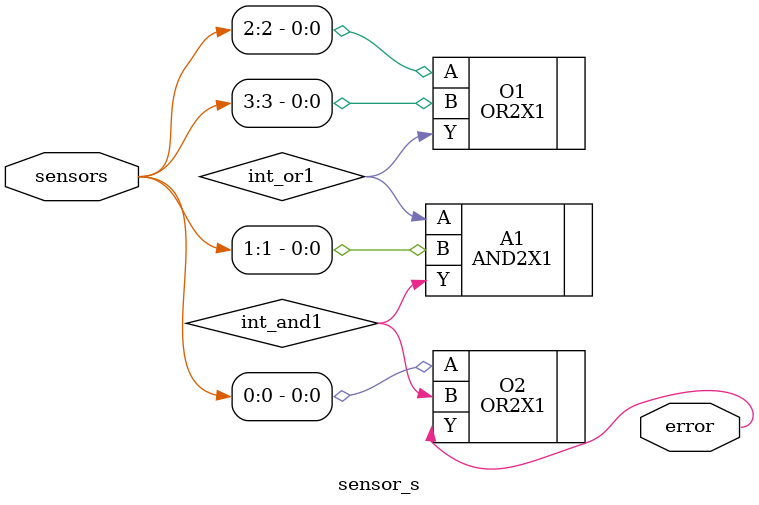
<source format=sv>
module sensor_s (
    sensors,
    error
);
    input wire [3:0] sensors;
    output wire error;

    wire int_or1;
    wire int_and1;
    OR2X1 O1(.Y(int_or1), .A(sensors[2]), .B(sensors[3]));
    AND2X1 A1(.Y(int_and1), .A(int_or1), .B(sensors[1]));
    OR2X1 O2(.Y(error), .A(sensors[0]), .B(int_and1));
endmodule
</source>
